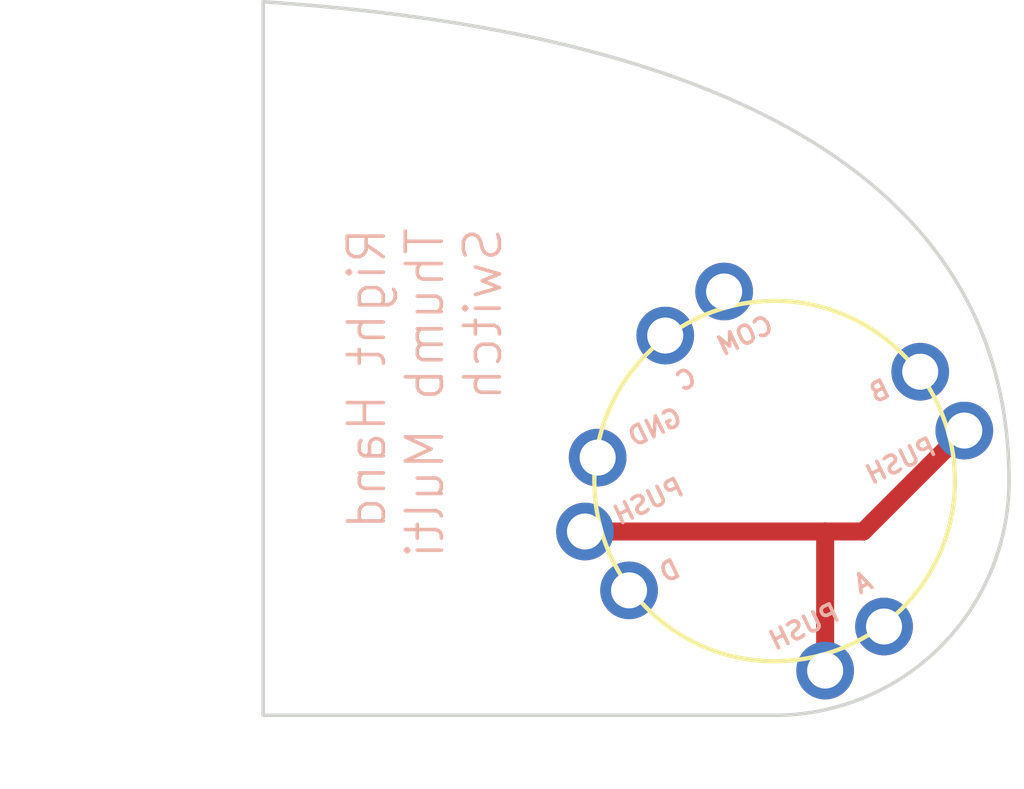
<source format=kicad_pcb>
(kicad_pcb (version 20221018) (generator pcbnew)
  (layers (0 "F.Cu" signal) (31 "B.Cu" signal) (34 "B.Paste" user) (35 "F.Paste" user) (36 "B.SilkS" user "B.Silkscreen") (37 "F.SilkS" user "F.Silkscreen") (38 "B.Mask" user) (39 "F.Mask" user) (44 "Edge.Cuts" user))
  (net 0 "")
  (net 2 "unconnected-(U1-Pad2)")
  (footprint "MountingHole:MountingHole_2.2mm_M2" (layer "F.Cu") (at 64 43)
    (fp_text reference "M1" hide)
    (fp_text value "MountingHole_2.2mm_M2")
    (pad "" np_thru_hole circle (at 0 0) (size 2.2 2.2) (drill 2.2) (layers "*.Cu" "*.Mask"))
  )
  (footprint "MountingHole:MountingHole_2.2mm_M2" (layer "F.Cu") (at 64 28.5)
    (fp_text reference "M2" hide)
    (fp_text value "MountingHole_2.2mm_M2")
    (pad "" np_thru_hole circle (at 0 0) (size 2.2 2.2) (drill 2.2) (layers "*.Cu" "*.Mask"))
  )
  (footprint "Alps:RKJXM1015004" (layer "F.Cu") (at 76 38.5 25.5)
    (fp_text reference "U1" hide)
    (fp_text value "RKJXM1015004")
    (fp_text user "COM" (at 1 -4 25.5 unlocked) (layer "B.SilkS") (effects (font (size 0.5 0.5) (thickness 0.1)) (justify mirror)))
    (fp_text user "A" (at 1 3.6 25.5 unlocked) (layer "B.SilkS") (effects (font (size 0.5 0.5) (thickness 0.1)) (justify mirror)))
    (fp_text user "D" (at -3.7 1 25.5 unlocked) (layer "B.SilkS") (effects (font (size 0.5 0.5) (thickness 0.1)) (justify mirror)))
    (fp_text user "GND" (at -2.35 -2.78 25.5 unlocked) (layer "B.SilkS") (effects (font (size 0.5 0.5) (thickness 0.1)) (justify mirror)))
    (fp_text user "PUSH" (at -3.4 -1 25.5 unlocked) (layer "B.SilkS") (effects (font (size 0.5 0.5) (thickness 0.1)) (justify mirror)))
    (fp_text user "B" (at 3.7 -1 25.5 unlocked) (layer "B.SilkS") (effects (font (size 0.5 0.5) (thickness 0.1)) (justify mirror)))
    (fp_text user "C" (at -1 -3.6 25.5 unlocked) (layer "B.SilkS") (effects (font (size 0.5 0.5) (thickness 0.1)) (justify mirror)))
    (fp_text user "PUSH" (at 3.4 1 25.5 unlocked) (layer "B.SilkS") (effects (font (size 0.5 0.5) (thickness 0.1)) (justify mirror)))
    (fp_text user "PUSH" (at -1 4 25.5 unlocked) (layer "B.SilkS") (effects (font (size 0.5 0.5) (thickness 0.1)) (justify mirror)))
    (fp_circle (center 0 0) (end 0 -5) (stroke (width 0.12)) (fill none) (layer "F.SilkS"))
    (pad "" np_thru_hole circle (at 1 -3 25.5) (size 1.1 1.1) (drill 1.1) (layers "F&B.Cu" "*.Mask"))
    (pad "1" thru_hole circle (at -4.15 -2.7 25.5) (size 1.6 1.6) (drill 1) (layers "*.Cu" "*.Mask"))
    (pad "2" thru_hole circle (at -5.35 -1 25.5) (size 1.6 1.6) (drill 1) (layers "*.Cu" "*.Mask") (net 2 "unconnected-(U1-Pad2)"))
    (pad "2" thru_hole circle (at -1 5.35 25.5) (size 1.6 1.6) (drill 1) (layers "*.Cu" "*.Mask") (net 2 "unconnected-(U1-Pad2)"))
    (pad "2" thru_hole circle (at 5.35 1 25.5) (size 1.6 1.6) (drill 1) (layers "*.Cu" "*.Mask") (net 2 "unconnected-(U1-Pad2)"))
    (pad "3" thru_hole circle (at 1 -5.35 25.5) (size 1.6 1.6) (drill 1) (layers "*.Cu" "*.Mask"))
    (pad "4" thru_hole circle (at 1 4.95 25.5) (size 1.6 1.6) (drill 1) (layers "*.Cu" "*.Mask"))
    (pad "5" thru_hole circle (at 4.95 -1 25.5) (size 1.6 1.6) (drill 1) (layers "*.Cu" "*.Mask"))
    (pad "6" thru_hole circle (at -1 -4.95 25.5) (size 1.6 1.6) (drill 1) (layers "*.Cu" "*.Mask"))
    (pad "7" thru_hole circle (at -4.95 1 25.5) (size 1.6 1.6) (drill 1) (layers "*.Cu" "*.Mask"))
  )
  (gr_line (start 76.000008 45.000009) (end 61.816856 45.000009) (stroke (width 0.1)) (layer "Edge.Cuts"))
  (gr_arc (start 82.500009 38.500009) (mid 80.5962 43.096201) (end 76.000008 45.000009) (stroke (width 0.1)) (layer "Edge.Cuts"))
  (gr_line (start 61.816856 25.201611) (end 61.816856 45.000009) (stroke (width 0.1)) (layer "Edge.Cuts"))
  (gr_curve (pts (xy 61.816856 25.201611) (xy 73.360588 25.955091) (xy 82.500009 29.500009) (xy 82.500009 38.500009)) (stroke (width 0.1)) (layer "Edge.Cuts"))
  (gr_text "Right Hand\nThumb Multi\nSwitch\n" (at 66.3 31.4 90) (layer "B.SilkS") (effects (font (size 1 1) (thickness 0.1)) (justify left mirror)))
  (segment (start 77.399351 39.900649) (end 77.4 39.9) (width 0.5) (layer "F.Cu") (net 2))
  (segment (start 77.4 39.9) (end 78.458693 39.9) (width 0.5) (layer "F.Cu") (net 2))
  (segment (start 70.740658 39.900649) (end 77.399351 39.900649) (width 0.5) (layer "F.Cu") (net 2))
  (segment (start 77.400649 43.759342) (end 77.400649 39.901947) (width 0.5) (layer "F.Cu") (net 2))
  (segment (start 81.259342 37.099351) (end 78.458693 39.9) (width 0.5) (layer "F.Cu") (net 2))
)
</source>
